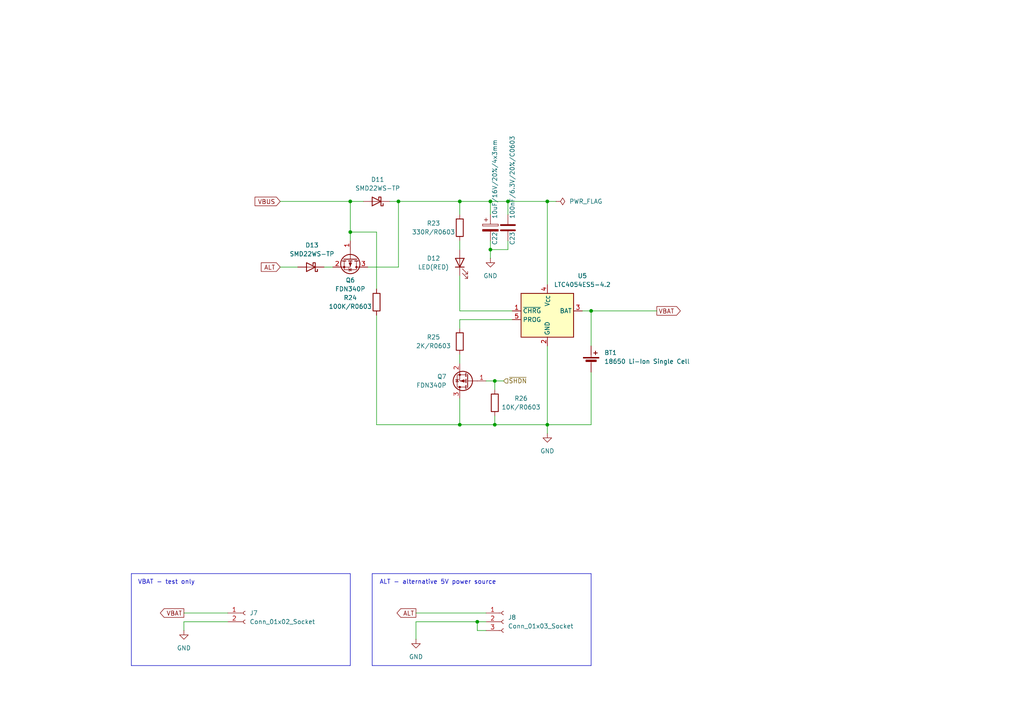
<source format=kicad_sch>
(kicad_sch (version 20231120) (generator "eeschema") (generator_version "8.0")
  (paper "A4")
  (title_block (title "ESP32 embedded application") (date "2024-10-04") (rev "A") (comment 1 "Author: Nicolae-Andrei Vasile") (comment 2 "ESP32 embedded hardware application."))
  (lib_symbols
    (symbol "Battery_Management:LTC4054ES5-4.2"
      (property "Reference" "U" (at -5.842 6.604 0))
      (property "Value" "LTC4054ES5-4.2" (at 1.524 6.604 0))
      (symbol "LTC4054ES5-4.2_0_1"
        (rectangle (start -7.62 5.08) (end 7.62 -7.62) (stroke (width 0.254)) (fill (type background)))
      )
      (symbol "LTC4054ES5-4.2_1_1"
        (pin open_collector line (at -10.16 0 0) (length 2.54) (name "~{CHRG}") (number "1"))
        (pin power_in line (at 0 -10.16 90) (length 2.54) (name "GND") (number "2"))
        (pin power_out line (at 10.16 0 180) (length 2.54) (name "BAT") (number "3"))
        (pin power_in line (at 0 7.62 270) (length 2.54) (name "V_{CC}") (number "4"))
        (pin bidirectional line (at -10.16 -2.54 0) (length 2.54) (name "PROG") (number "5"))
      )
    )
    (symbol "Connector:Conn_01x02_Socket" (pin_names (offset 1.016) hide)
      (property "Reference" "J" (at 0 2.54 0))
      (property "Value" "Conn_01x02_Socket" (at 0 -5.08 0))
      (symbol "Conn_01x02_Socket_1_1"
        (arc (start 0 -2.032) (mid -0.5058 -2.54) (end 0 -3.048) (stroke (width 0.1524)))
        (polyline (pts (xy -1.27 -2.54) (xy -0.508 -2.54)) (stroke (width 0.1524)))
        (polyline (pts (xy -1.27 0) (xy -0.508 0)) (stroke (width 0.1524)))
        (arc (start 0 0.508) (mid -0.5058 0) (end 0 -0.508) (stroke (width 0.1524)))
        (pin passive line (at -5.08 0 0) (length 3.81) (name "Pin_1") (number "1"))
        (pin passive line (at -5.08 -2.54 0) (length 3.81) (name "Pin_2") (number "2"))
      )
    )
    (symbol "Connector:Conn_01x03_Socket" (pin_names (offset 1.016) hide)
      (property "Reference" "J" (at 0 5.08 0))
      (property "Value" "Conn_01x03_Socket" (at 0 -5.08 0))
      (symbol "Conn_01x03_Socket_1_1"
        (arc (start 0 -2.032) (mid -0.5058 -2.54) (end 0 -3.048) (stroke (width 0.1524)))
        (polyline (pts (xy -1.27 -2.54) (xy -0.508 -2.54)) (stroke (width 0.1524)))
        (polyline (pts (xy -1.27 0) (xy -0.508 0)) (stroke (width 0.1524)))
        (polyline (pts (xy -1.27 2.54) (xy -0.508 2.54)) (stroke (width 0.1524)))
        (arc (start 0 0.508) (mid -0.5058 0) (end 0 -0.508) (stroke (width 0.1524)))
        (arc (start 0 3.048) (mid -0.5058 2.54) (end 0 2.032) (stroke (width 0.1524)))
        (pin passive line (at -5.08 2.54 0) (length 3.81) (name "Pin_1") (number "1"))
        (pin passive line (at -5.08 0 0) (length 3.81) (name "Pin_2") (number "2"))
        (pin passive line (at -5.08 -2.54 0) (length 3.81) (name "Pin_3") (number "3"))
      )
    )
    (symbol "Device:Battery_Cell" (pin_numbers hide) (pin_names (offset 0) hide)
      (property "Reference" "BT" (at 2.54 2.54 0))
      (property "Value" "Battery_Cell" (at 2.54 0 0))
      (symbol "Battery_Cell_0_1"
        (rectangle (start -2.286 1.778) (end 2.286 1.524) (fill (type outline)))
        (rectangle (start -1.524 1.016) (end 1.524 0.508) (fill (type outline)))
        (polyline (pts (xy 0 0.762) (xy 0 0)))
        (polyline (pts (xy 0 1.778) (xy 0 2.54)))
        (polyline (pts (xy 0.762 3.048) (xy 1.778 3.048)) (stroke (width 0.254)))
        (polyline (pts (xy 1.27 3.556) (xy 1.27 2.54)) (stroke (width 0.254)))
      )
      (symbol "Battery_Cell_1_1"
        (pin passive line (at 0 5.08 270) (length 2.54) (name "+") (number "1"))
        (pin passive line (at 0 -2.54 90) (length 2.54) (name "-") (number "2"))
      )
    )
    (symbol "Device:C" (pin_numbers hide) (pin_names (offset 0.254))
      (property "Reference" "C" (at 0.635 2.54 0))
      (property "Value" "C" (at 0.635 -2.54 0))
      (symbol "C_0_1"
        (polyline (pts (xy -2.032 -0.762) (xy 2.032 -0.762)) (stroke (width 0.508)))
        (polyline (pts (xy -2.032 0.762) (xy 2.032 0.762)) (stroke (width 0.508)))
      )
      (symbol "C_1_1"
        (pin passive line (at 0 3.81 270) (length 2.794) (name "~") (number "1"))
        (pin passive line (at 0 -3.81 90) (length 2.794) (name "~") (number "2"))
      )
    )
    (symbol "Device:C_Polarized" (pin_numbers hide) (pin_names (offset 0.254))
      (property "Reference" "C" (at 0.635 2.54 0))
      (property "Value" "C_Polarized" (at 0.635 -2.54 0))
      (symbol "C_Polarized_0_1"
        (rectangle (start -2.286 0.508) (end 2.286 1.016))
        (polyline (pts (xy -1.778 2.286) (xy -0.762 2.286)))
        (polyline (pts (xy -1.27 2.794) (xy -1.27 1.778)))
        (rectangle (start 2.286 -0.508) (end -2.286 -1.016) (fill (type outline)))
      )
      (symbol "C_Polarized_1_1"
        (pin passive line (at 0 3.81 270) (length 2.794) (name "~") (number "1"))
        (pin passive line (at 0 -3.81 90) (length 2.794) (name "~") (number "2"))
      )
    )
    (symbol "Device:D_Schottky" (pin_numbers hide) (pin_names (offset 1.016) hide)
      (property "Reference" "D" (at 0 2.54 0))
      (property "Value" "D_Schottky" (at 0 -2.54 0))
      (symbol "D_Schottky_0_1"
        (polyline (pts (xy 1.27 0) (xy -1.27 0)))
        (polyline (pts (xy 1.27 1.27) (xy 1.27 -1.27) (xy -1.27 0) (xy 1.27 1.27)) (stroke (width 0.254)))
        (polyline (pts (xy -1.905 0.635) (xy -1.905 1.27) (xy -1.27 1.27) (xy -1.27 -1.27) (xy -0.635 -1.27) (xy -0.635 -0.635)) (stroke (width 0.254)))
      )
      (symbol "D_Schottky_1_1"
        (pin passive line (at -3.81 0 0) (length 2.54) (name "K") (number "1"))
        (pin passive line (at 3.81 0 180) (length 2.54) (name "A") (number "2"))
      )
    )
    (symbol "Device:LED" (pin_numbers hide) (pin_names (offset 1.016) hide)
      (property "Reference" "D" (at 0 2.54 0))
      (property "Value" "LED" (at 0 -2.54 0))
      (symbol "LED_0_1"
        (polyline (pts (xy -1.27 -1.27) (xy -1.27 1.27)) (stroke (width 0.254)))
        (polyline (pts (xy -1.27 0) (xy 1.27 0)))
        (polyline (pts (xy 1.27 -1.27) (xy 1.27 1.27) (xy -1.27 0) (xy 1.27 -1.27)) (stroke (width 0.254)))
        (polyline (pts (xy -3.048 -0.762) (xy -4.572 -2.286) (xy -3.81 -2.286) (xy -4.572 -2.286) (xy -4.572 -1.524)))
        (polyline (pts (xy -1.778 -0.762) (xy -3.302 -2.286) (xy -2.54 -2.286) (xy -3.302 -2.286) (xy -3.302 -1.524)))
      )
      (symbol "LED_1_1"
        (pin passive line (at -3.81 0 0) (length 2.54) (name "K") (number "1"))
        (pin passive line (at 3.81 0 180) (length 2.54) (name "A") (number "2"))
      )
    )
    (symbol "Device:R" (pin_numbers hide) (pin_names (offset 0))
      (property "Reference" "R" (at 2.032 0 90))
      (property "Value" "R" (at 0 0 90))
      (symbol "R_0_1"
        (rectangle (start -1.016 -2.54) (end 1.016 2.54) (stroke (width 0.254)))
      )
      (symbol "R_1_1"
        (pin passive line (at 0 3.81 270) (length 1.27) (name "~") (number "1"))
        (pin passive line (at 0 -3.81 90) (length 1.27) (name "~") (number "2"))
      )
    )
    (symbol "Transistor_FET:FDN340P" (pin_names hide)
      (property "Reference" "Q" (at 5.08 1.905 0))
      (property "Value" "FDN340P" (at 5.08 0 0))
      (symbol "FDN340P_0_1"
        (polyline (pts (xy 0.254 0) (xy -2.54 0)))
        (polyline (pts (xy 0.254 1.905) (xy 0.254 -1.905)) (stroke (width 0.254)))
        (polyline (pts (xy 0.762 -1.27) (xy 0.762 -2.286)) (stroke (width 0.254)))
        (polyline (pts (xy 0.762 0.508) (xy 0.762 -0.508)) (stroke (width 0.254)))
        (polyline (pts (xy 0.762 2.286) (xy 0.762 1.27)) (stroke (width 0.254)))
        (polyline (pts (xy 2.54 2.54) (xy 2.54 1.778)))
        (polyline (pts (xy 2.54 -2.54) (xy 2.54 0) (xy 0.762 0)))
        (polyline (pts (xy 0.762 1.778) (xy 3.302 1.778) (xy 3.302 -1.778) (xy 0.762 -1.778)))
        (polyline (pts (xy 2.286 0) (xy 1.27 0.381) (xy 1.27 -0.381) (xy 2.286 0)) (fill (type outline)))
        (polyline (pts (xy 2.794 -0.508) (xy 2.921 -0.381) (xy 3.683 -0.381) (xy 3.81 -0.254)))
        (polyline (pts (xy 3.302 -0.381) (xy 2.921 0.254) (xy 3.683 0.254) (xy 3.302 -0.381)))
        (circle (center 1.651 0) (radius 2.794) (stroke (width 0.254)))
        (circle (center 2.54 -1.778) (radius 0.254) (fill (type outline)))
        (circle (center 2.54 1.778) (radius 0.254) (fill (type outline)))
      )
      (symbol "FDN340P_1_1"
        (pin input line (at -5.08 0 0) (length 2.54) (name "G") (number "1"))
        (pin passive line (at 2.54 -5.08 90) (length 2.54) (name "S") (number "2"))
        (pin passive line (at 2.54 5.08 270) (length 2.54) (name "D") (number "3"))
      )
    )
    (symbol "power:GND" (power) (pin_numbers hide) (pin_names (offset 0) hide)
      (property "Value" "GND" (at 0 -3.81 0))
      (symbol "GND_0_1"
        (polyline (pts (xy 0 0) (xy 0 -1.27) (xy 1.27 -1.27) (xy 0 -2.54) (xy -1.27 -1.27) (xy 0 -1.27)))
      )
      (symbol "GND_1_1"
        (pin power_in line (at 0 0 270) (length 0) (name "~") (number "1"))
      )
    )
    (symbol "power:PWR_FLAG" (power) (pin_numbers hide) (pin_names (offset 0) hide)
      (property "Value" "PWR_FLAG" (at 0 3.81 0))
      (symbol "PWR_FLAG_0_0"
        (pin power_out line (at 0 0 90) (length 0) (name "~") (number "1"))
      )
      (symbol "PWR_FLAG_0_1"
        (polyline (pts (xy 0 0) (xy 0 1.27) (xy -1.016 1.905) (xy 0 2.54) (xy 1.016 1.905) (xy 0 1.27)))
      )
    )
  )
  (junction (at 133.35 123.19))
  (junction (at 115.57 58.42))
  (junction (at 142.24 72.39))
  (junction (at 158.75 58.42))
  (junction (at 143.51 123.19))
  (junction (at 142.24 58.42))
  (junction (at 133.35 58.42))
  (junction (at 147.32 58.42))
  (junction (at 101.6 67.31))
  (junction (at 138.43 180.34))
  (junction (at 101.6 58.42))
  (junction (at 171.45 90.17))
  (junction (at 158.75 123.19))
  (junction (at 143.51 110.49))
  (wire (pts (xy 133.35 92.71) (xy 148.59 92.71)))
  (wire (pts (xy 142.24 69.85) (xy 142.24 72.39)))
  (wire (pts (xy 158.75 100.33) (xy 158.75 123.19)))
  (wire (pts (xy 81.28 58.42) (xy 101.6 58.42)))
  (wire (pts (xy 120.65 180.34) (xy 138.43 180.34)))
  (wire (pts (xy 171.45 107.95) (xy 171.45 123.19)))
  (wire (pts (xy 171.45 90.17) (xy 190.5 90.17)))
  (wire (pts (xy 158.75 58.42) (xy 161.29 58.42)))
  (wire (pts (xy 109.22 91.44) (xy 109.22 123.19)))
  (wire (pts (xy 133.35 115.57) (xy 133.35 123.19)))
  (wire (pts (xy 113.03 58.42) (xy 115.57 58.42)))
  (wire (pts (xy 140.97 182.88) (xy 138.43 182.88)))
  (wire (pts (xy 115.57 58.42) (xy 133.35 58.42)))
  (wire (pts (xy 158.75 58.42) (xy 158.75 82.55)))
  (wire (pts (xy 147.32 58.42) (xy 147.32 62.23)))
  (wire (pts (xy 142.24 72.39) (xy 147.32 72.39)))
  (wire (pts (xy 101.6 58.42) (xy 105.41 58.42)))
  (wire (pts (xy 143.51 123.19) (xy 158.75 123.19)))
  (polyline (pts (xy 101.6 193.04) (xy 101.6 166.37)))
  (wire (pts (xy 120.65 177.8) (xy 140.97 177.8)))
  (wire (pts (xy 158.75 123.19) (xy 171.45 123.19)))
  (wire (pts (xy 147.32 58.42) (xy 158.75 58.42)))
  (wire (pts (xy 120.65 180.34) (xy 120.65 185.42)))
  (wire (pts (xy 142.24 58.42) (xy 147.32 58.42)))
  (wire (pts (xy 93.98 77.47) (xy 96.52 77.47)))
  (wire (pts (xy 133.35 80.01) (xy 133.35 90.17)))
  (polyline (pts (xy 38.1 193.04) (xy 101.6 193.04)))
  (polyline (pts (xy 171.45 193.04) (xy 171.45 166.37)))
  (wire (pts (xy 138.43 180.34) (xy 138.43 182.88)))
  (wire (pts (xy 133.35 123.19) (xy 143.51 123.19)))
  (wire (pts (xy 133.35 92.71) (xy 133.35 95.25)))
  (wire (pts (xy 133.35 58.42) (xy 142.24 58.42)))
  (polyline (pts (xy 107.95 166.37) (xy 171.45 166.37)))
  (wire (pts (xy 81.28 77.47) (xy 86.36 77.47)))
  (polyline (pts (xy 38.1 166.37) (xy 38.1 193.04)))
  (wire (pts (xy 138.43 180.34) (xy 140.97 180.34)))
  (wire (pts (xy 148.59 90.17) (xy 133.35 90.17)))
  (wire (pts (xy 143.51 110.49) (xy 143.51 113.03)))
  (wire (pts (xy 133.35 69.85) (xy 133.35 72.39)))
  (wire (pts (xy 142.24 72.39) (xy 142.24 74.93)))
  (wire (pts (xy 142.24 58.42) (xy 142.24 62.23)))
  (wire (pts (xy 66.04 180.34) (xy 53.34 180.34)))
  (wire (pts (xy 109.22 123.19) (xy 133.35 123.19)))
  (wire (pts (xy 109.22 83.82) (xy 109.22 67.31)))
  (wire (pts (xy 158.75 123.19) (xy 158.75 125.73)))
  (wire (pts (xy 133.35 102.87) (xy 133.35 105.41)))
  (wire (pts (xy 101.6 67.31) (xy 101.6 69.85)))
  (wire (pts (xy 115.57 58.42) (xy 115.57 77.47)))
  (polyline (pts (xy 107.95 193.04) (xy 171.45 193.04)))
  (wire (pts (xy 143.51 110.49) (xy 146.05 110.49)))
  (wire (pts (xy 140.97 110.49) (xy 143.51 110.49)))
  (wire (pts (xy 101.6 58.42) (xy 101.6 67.31)))
  (wire (pts (xy 168.91 90.17) (xy 171.45 90.17)))
  (wire (pts (xy 53.34 177.8) (xy 66.04 177.8)))
  (wire (pts (xy 109.22 67.31) (xy 101.6 67.31)))
  (wire (pts (xy 171.45 100.33) (xy 171.45 90.17)))
  (wire (pts (xy 133.35 58.42) (xy 133.35 62.23)))
  (wire (pts (xy 53.34 180.34) (xy 53.34 182.88)))
  (wire (pts (xy 147.32 72.39) (xy 147.32 69.85)))
  (polyline (pts (xy 107.95 166.37) (xy 107.95 193.04)))
  (wire (pts (xy 143.51 120.65) (xy 143.51 123.19)))
  (polyline (pts (xy 101.6 166.37) (xy 38.1 166.37)))
  (wire (pts (xy 106.68 77.47) (xy 115.57 77.47)))
  (text "VBAT - test only" (at 48.26 168.91 0) (effects (font (size 1.27 1.27))))
  (text "ALT - alternative 5V power source" (at 127 168.91 0) (effects (font (size 1.27 1.27))))
  (global_label "VBUS" (shape input) (at 81.28 58.42 180) (property "Intersheetrefs" "${INTERSHEET_REFS}" (effects (hide yes))))
  (global_label "ALT" (shape output) (at 120.65 177.8 180) (property "Intersheetrefs" "${INTERSHEET_REFS}" (effects (hide yes))))
  (global_label "VBAT" (shape output) (at 53.34 177.8 180) (property "Intersheetrefs" "${INTERSHEET_REFS}" (effects (hide yes))))
  (global_label "VBAT" (shape output) (at 190.5 90.17 0) (property "Intersheetrefs" "${INTERSHEET_REFS}" (effects (hide yes))))
  (global_label "ALT" (shape input) (at 81.28 77.47 180) (property "Intersheetrefs" "${INTERSHEET_REFS}" (effects (hide yes))))
  (hierarchical_label "~{SHDN}" (shape input) (at 146.05 110.49 0))
  (symbol (lib_id "Device:D_Schottky") (at 109.22 58.42 180) (unit 1)
    (property "Reference" "D11" (at 109.5375 52.07 0))
    (property "Value" "SMD22WS-TP" (at 109.5375 54.61 0))
    (property "Footprint" "Diode_SMD:D_SOD-323_HandSoldering" (effects (hide yes)))
    (property "Description" "Schottky diode" (effects (hide yes)))
  )
  (symbol (lib_id "Device:R") (at 133.35 66.04 0) (unit 1)
    (property "Reference" "R23" (at 125.73 64.77 0))
    (property "Value" "330R/R0603" (at 125.73 67.31 0))
    (property "Footprint" "Resistor_SMD:R_0603_1608Metric_Pad0.98x0.95mm_HandSolder" (effects (hide yes)))
    (property "Description" "Resistor" (effects (hide yes)))
  )
  (symbol (lib_id "Device:R") (at 109.22 87.63 180) (unit 1)
    (property "Reference" "R24" (at 101.6 86.36 0))
    (property "Value" "100K/R0603" (at 101.6 88.9 0))
    (property "Footprint" "Resistor_SMD:R_0603_1608Metric_Pad0.98x0.95mm_HandSolder" (effects (hide yes)))
    (property "Description" "Resistor" (effects (hide yes)))
  )
  (symbol (lib_id "Transistor_FET:FDN340P") (at 101.6 74.93 270) (unit 1)
    (property "Reference" "Q6" (at 101.6 81.28 90))
    (property "Value" "FDN340P" (at 101.6 83.82 90))
    (property "Footprint" "Package_TO_SOT_SMD:SOT-23" (effects (hide yes)))
    (property "Datasheet" "https://www.onsemi.com/pub/Collateral/FDN340P-D.PDF" (effects (hide yes)))
    (property "Description" "-2A Id, -20V Vds, P-Channel MOSFET, 70mOhm Ron, SOT-23" (effects (hide yes)))
  )
  (symbol (lib_id "Device:C") (at 147.32 66.04 0) (unit 1)
    (property "Reference" "C23" (at 148.59 71.12 90) (effects (justify left)))
    (property "Value" "100nF/6.3V/20%/C0603" (at 148.59 63.5 90) (effects (justify left)))
    (property "Footprint" "Capacitor_SMD:C_0603_1608Metric_Pad1.08x0.95mm_HandSolder" (effects (hide yes)))
    (property "Description" "Unpolarized capacitor" (effects (hide yes)))
  )
  (symbol (lib_id "power:GND") (at 158.75 125.73 0) (unit 1)
    (property "Reference" "#PWR023" (effects (hide yes)))
    (property "Value" "GND" (at 158.75 130.81 0))
    (property "Description" "Power symbol creates a global label with name \"GND\" , ground" (effects (hide yes)))
  )
  (symbol (lib_id "Transistor_FET:FDN340P") (at 135.89 110.49 180) (unit 1)
    (property "Reference" "Q7" (at 129.54 109.2199 0) (effects (justify left)))
    (property "Value" "FDN340P" (at 129.54 111.7599 0) (effects (justify left)))
    (property "Footprint" "Package_TO_SOT_SMD:SOT-23" (effects (hide yes)))
    (property "Datasheet" "https://www.onsemi.com/pub/Collateral/FDN340P-D.PDF" (effects (hide yes)))
    (property "Description" "-2A Id, -20V Vds, P-Channel MOSFET, 70mOhm Ron, SOT-23" (effects (hide yes)))
  )
  (symbol (lib_id "Connector:Conn_01x03_Socket") (at 146.05 180.34 0) (unit 1)
    (property "Reference" "J8" (at 147.32 179.0699 0) (effects (justify left)))
    (property "Value" "Conn_01x03_Socket" (at 147.32 181.6099 0) (effects (justify left)))
    (property "Footprint" "Connector_Phoenix_MC:PhoenixContact_MC_1,5_3-G-3.81_1x03_P3.81mm_Horizontal" (effects (hide yes)))
    (property "Description" "Generic connector, single row, 01x03, script generated" (effects (hide yes)))
  )
  (symbol (lib_id "power:GND") (at 120.65 185.42 0) (unit 1)
    (property "Reference" "#PWR025" (effects (hide yes)))
    (property "Value" "GND" (at 120.65 190.5 0))
    (property "Description" "Power symbol creates a global label with name \"GND\" , ground" (effects (hide yes)))
  )
  (symbol (lib_id "Device:D_Schottky") (at 90.17 77.47 180) (unit 1)
    (property "Reference" "D13" (at 90.4875 71.12 0))
    (property "Value" "SMD22WS-TP" (at 90.4875 73.66 0))
    (property "Footprint" "Diode_SMD:D_SOD-323_HandSoldering" (effects (hide yes)))
    (property "Description" "Schottky diode" (effects (hide yes)))
  )
  (symbol (lib_id "power:PWR_FLAG") (at 161.29 58.42 270) (unit 1)
    (property "Reference" "#FLG06" (effects (hide yes)))
    (property "Value" "PWR_FLAG" (at 165.1 58.4199 90) (effects (justify left)))
    (property "Description" "Special symbol for telling ERC where power comes from" (effects (hide yes)))
  )
  (symbol (lib_id "power:GND") (at 53.34 182.88 0) (unit 1)
    (property "Reference" "#PWR024" (effects (hide yes)))
    (property "Value" "GND" (at 53.34 187.96 0))
    (property "Description" "Power symbol creates a global label with name \"GND\" , ground" (effects (hide yes)))
  )
  (symbol (lib_id "Connector:Conn_01x02_Socket") (at 71.12 177.8 0) (unit 1)
    (property "Reference" "J7" (at 72.39 177.7999 0) (effects (justify left)))
    (property "Value" "Conn_01x02_Socket" (at 72.39 180.3399 0) (effects (justify left)))
    (property "Footprint" "Connector_PinHeader_1.27mm:PinHeader_1x02_P1.27mm_Vertical" (effects (hide yes)))
    (property "Description" "Generic connector, single row, 01x02, script generated" (effects (hide yes)))
  )
  (symbol (lib_id "Device:C_Polarized") (at 142.24 66.04 0) (unit 1)
    (property "Reference" "C22" (at 143.51 71.12 90) (effects (justify left)))
    (property "Value" "10uF/16V/20%/4x3mm" (at 143.51 63.5 90) (effects (justify left)))
    (property "Footprint" "Capacitor_SMD:CP_Elec_4x3" (effects (hide yes)))
    (property "Description" "Polarized capacitor" (effects (hide yes)))
  )
  (symbol (lib_id "power:GND") (at 142.24 74.93 0) (unit 1)
    (property "Reference" "#PWR022" (effects (hide yes)))
    (property "Value" "GND" (at 142.24 80.01 0))
    (property "Description" "Power symbol creates a global label with name \"GND\" , ground" (effects (hide yes)))
  )
  (symbol (lib_id "Battery_Management:LTC4054ES5-4.2") (at 158.75 90.17 0) (unit 1)
    (property "Reference" "U5" (at 168.91 80.01 0))
    (property "Value" "LTC4054ES5-4.2" (at 168.91 82.55 0))
    (property "Footprint" "Package_TO_SOT_SMD:TSOT-23-5" (effects (hide yes)))
    (property "Datasheet" "https://www.analog.com/media/en/technical-documentation/data-sheets/405442xf.pdf" (effects (hide yes)))
    (property "Description" "Constant-current/constant-voltage linear charger for single cell lithium-ion batteries with 2.9V Trickle Charge, 4.5V to 6.5V VDD, -40 to +85 degree Celsius, TSOT-23-5" (effects (hide yes)))
  )
  (symbol (lib_id "Device:R") (at 143.51 116.84 180) (unit 1)
    (property "Reference" "R26" (at 151.13 115.57 0))
    (property "Value" "10K/R0603" (at 151.13 118.11 0))
    (property "Footprint" "Resistor_SMD:R_0603_1608Metric_Pad0.98x0.95mm_HandSolder" (effects (hide yes)))
    (property "Description" "Resistor" (effects (hide yes)))
  )
  (symbol (lib_id "Device:Battery_Cell") (at 171.45 105.41 0) (unit 1)
    (property "Reference" "BT1" (at 175.26 102.2984 0) (effects (justify left)))
    (property "Value" "18650 Li-Ion Single Cell" (at 175.26 104.8384 0) (effects (justify left)))
    (property "Footprint" "Battery:BatteryHolder_Keystone_1042_1x18650" (effects (hide yes)))
    (property "Description" "Single-cell battery" (effects (hide yes)))
  )
  (symbol (lib_id "Device:R") (at 133.35 99.06 0) (unit 1)
    (property "Reference" "R25" (at 125.73 97.79 0))
    (property "Value" "2K/R0603" (at 125.73 100.33 0))
    (property "Footprint" "Resistor_SMD:R_0603_1608Metric_Pad0.98x0.95mm_HandSolder" (effects (hide yes)))
    (property "Description" "Resistor" (effects (hide yes)))
  )
  (symbol (lib_id "Device:LED") (at 133.35 76.2 90) (unit 1)
    (property "Reference" "D12" (at 125.73 74.93 90))
    (property "Value" "LED(RED)" (at 125.73 77.47 90))
    (property "Footprint" "LED_SMD:LED_0603_1608Metric_Pad1.05x0.95mm_HandSolder" (effects (hide yes)))
    (property "Description" "Light emitting diode" (effects (hide yes)))
  )
)
</source>
